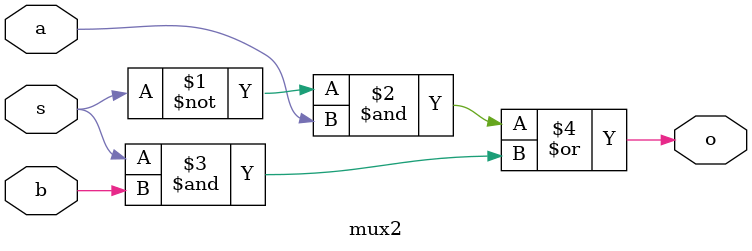
<source format=v>
module mux2(a,b,s,o);
input a,b,s;
output o;
wire w1,w2,w3;
//behavioural
assign o=((~s&a)|(s&b));
//structural
/*
not (w1,s);
and (w2,w1,a);
and (w3,s,b);
or (o,w2,w3);
*/
endmodule

</source>
